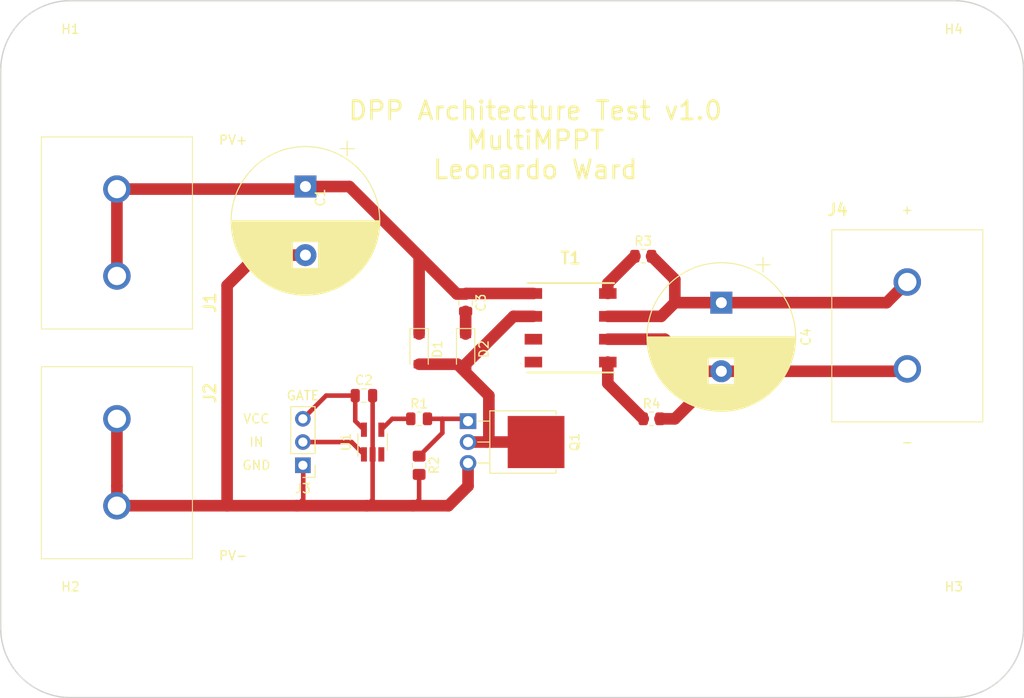
<source format=kicad_pcb>
(kicad_pcb (version 20211014) (generator pcbnew)
  (title_block (title "DPP Architecture for an MPPT Design - Leonardo Ward") (date "2022-04-30") (rev "1.0"))
  (layers (0 "F.Cu" signal) (31 "B.Cu" signal) (34 "B.Paste" user) (35 "F.Paste" user) (36 "B.SilkS" user "B.Silkscreen") (37 "F.SilkS" user "F.Silkscreen") (38 "B.Mask" user) (39 "F.Mask" user) (44 "Edge.Cuts" user))
  (net 0 "")
  (net 1 "Net-(C1-Pad1)")
  (net 2 "GND")
  (net 3 "Net-(C2-Pad1)")
  (net 4 "Net-(C3-Pad2)")
  (net 5 "Net-(C4-Pad1)")
  (net 6 "Net-(C4-Pad2)")
  (net 7 "Net-(D1-Pad2)")
  (net 8 "Net-(J3-Pad2)")
  (net 9 "Net-(Q1-Pad1)")
  (net 10 "Net-(R1-Pad1)")
  (net 11 "Net-(R3-Pad1)")
  (net 12 "Net-(R4-Pad1)")
  (footprint "J-OSTYK51102030:OSTYK51102030" (layer "F.Cu") (at 114.3 88.52 90)
    (fp_text reference "J1" (at -2.92 10.16 90) (layer "F.SilkS") (effects (font (size 1.27 1.27) (thickness 0.254))))
    (fp_text value "OSTYK51102030" hide)
    (pad "1" thru_hole circle (at 0 0 90) (size 3 3) (drill 2) (layers *.Cu *.Mask) (net 1 "Net-(C1-Pad1)"))
    (pad "2" thru_hole circle (at 9.5 0 90) (size 3 3) (drill 2) (layers *.Cu *.Mask) (net 1 "Net-(C1-Pad1)"))
  )
  (footprint "J-OSTYK51102030:OSTYK51102030" (layer "F.Cu") (at 200.66 98.68 90)
    (fp_text reference "J4" (at 17.4 -7.62 180) (layer "F.SilkS") (effects (font (size 1.27 1.27) (thickness 0.254))))
    (fp_text value "OSTYK51102030" hide)
    (pad "1" thru_hole circle (at 0 0 90) (size 3 3) (drill 2) (layers *.Cu *.Mask) (net 6 "Net-(C4-Pad2)"))
    (pad "2" thru_hole circle (at 9.5 0 90) (size 3 3) (drill 2) (layers *.Cu *.Mask) (net 5 "Net-(C4-Pad1)"))
  )
  (footprint "J-OSTYK51102030:OSTYK51102030" (layer "F.Cu") (at 114.3 113.64 90)
    (fp_text reference "J2" (at 12.32 10.16 270) (layer "F.SilkS") (effects (font (size 1.27 1.27) (thickness 0.254))))
    (fp_text value "OSTYK51102030" hide)
    (pad "1" thru_hole circle (at 0 0 90) (size 3 3) (drill 2) (layers *.Cu *.Mask) (net 2 "GND"))
    (pad "2" thru_hole circle (at 9.5 0 90) (size 3 3) (drill 2) (layers *.Cu *.Mask) (net 2 "GND"))
  )
  (footprint "Connector_PinHeader_2.54mm:PinHeader_1x03_P2.54mm_Vertical" (layer "F.Cu") (at 134.62 109.22 180)
    (fp_text reference "J3" (at 0 -2.54) (layer "F.SilkS"))
    (fp_text value "Conn_01x03_Male")
    (pad "1" thru_hole rect (at 0 0 180) (size 1.7 1.7) (drill 1) (layers *.Cu *.Mask) (net 2 "GND"))
    (pad "2" thru_hole oval (at 0 2.54 180) (size 1.7 1.7) (drill 1) (layers *.Cu *.Mask) (net 8 "Net-(J3-Pad2)"))
    (pad "3" thru_hole oval (at 0 5.08 180) (size 1.7 1.7) (drill 1) (layers *.Cu *.Mask) (net 3 "Net-(C2-Pad1)"))
  )
  (footprint "Resistor_SMD:R_0805_2012Metric" (layer "F.Cu") (at 171.8075 86.36)
    (fp_text reference "R3" (at 0 -1.65) (layer "F.SilkS"))
    (fp_text value "0")
    (pad "1" smd roundrect (at -0.9125 0) (size 1.025 1.4) (layers "F.Cu" "F.Paste" "F.Mask") (roundrect_rratio 0.243902) (net 11 "Net-(R3-Pad1)"))
    (pad "2" smd roundrect (at 0.9125 0) (size 1.025 1.4) (layers "F.Cu" "F.Paste" "F.Mask") (roundrect_rratio 0.243902) (net 5 "Net-(C4-Pad1)"))
  )
  (footprint "Capacitor_THT:CP_Radial_D16.0mm_P7.50mm" (layer "F.Cu") (at 134.9 78.74 -90)
    (fp_text reference "C1" (at 1.21 -1.63 90) (layer "F.SilkS"))
    (fp_text value "2200")
    (pad "1" thru_hole rect (at 0 0 270) (size 2.4 2.4) (drill 1.2) (layers *.Cu *.Mask) (net 1 "Net-(C1-Pad1)"))
    (pad "2" thru_hole circle (at 7.5 0 270) (size 2.4 2.4) (drill 1.2) (layers *.Cu *.Mask) (net 2 "GND"))
  )
  (footprint "T-750311659:750311659" (layer "F.Cu") (at 163.870509 94.185)
    (fp_text reference "T1" (at 0 -7.62) (layer "F.SilkS") (effects (font (size 1.27 1.27) (thickness 0.254))))
    (fp_text value "750311659" hide)
    (pad "1" smd rect (at -4.065 3.75 90) (size 1.17 1.91) (layers "F.Cu" "F.Paste" "F.Mask"))
    (pad "2" smd rect (at -4.065 1.25 90) (size 1.17 1.91) (layers "F.Cu" "F.Paste" "F.Mask"))
    (pad "3" smd rect (at -4.065 -1.25 90) (size 1.17 1.91) (layers "F.Cu" "F.Paste" "F.Mask") (net 7 "Net-(D1-Pad2)"))
    (pad "4" smd rect (at -4.065 -3.75 90) (size 1.17 1.91) (layers "F.Cu" "F.Paste" "F.Mask") (net 1 "Net-(C1-Pad1)"))
    (pad "5" smd rect (at 4.065 -3.75 90) (size 1.17 1.91) (layers "F.Cu" "F.Paste" "F.Mask") (net 11 "Net-(R3-Pad1)"))
    (pad "6" smd rect (at 4.065 -1.25 90) (size 1.17 1.91) (layers "F.Cu" "F.Paste" "F.Mask") (net 5 "Net-(C4-Pad1)"))
    (pad "7" smd rect (at 4.065 1.25 90) (size 1.17 1.91) (layers "F.Cu" "F.Paste" "F.Mask") (net 6 "Net-(C4-Pad2)"))
    (pad "8" smd rect (at 4.065 3.75 90) (size 1.17 1.91) (layers "F.Cu" "F.Paste" "F.Mask") (net 12 "Net-(R4-Pad1)"))
  )
  (footprint "Resistor_SMD:R_0805_2012Metric_Pad1.20x1.40mm_HandSolder" (layer "F.Cu") (at 147.32 109.22 -90)
    (fp_text reference "R2" (at 0 -1.65 90) (layer "F.SilkS"))
    (fp_text value "100k")
    (pad "1" smd roundrect (at -1 0 270) (size 1.2 1.4) (layers "F.Cu" "F.Paste" "F.Mask") (roundrect_rratio 0.208333) (net 9 "Net-(Q1-Pad1)"))
    (pad "2" smd roundrect (at 1 0 270) (size 1.2 1.4) (layers "F.Cu" "F.Paste" "F.Mask") (roundrect_rratio 0.208333) (net 2 "GND"))
  )
  (footprint "Diode_SMD:D_SOD-123" (layer "F.Cu") (at 147.32 96.52 -90)
    (fp_text reference "D1" (at 0 -2 90) (layer "F.SilkS"))
    (fp_text value "1N4148W-7-F")
    (pad "1" smd rect (at -1.65 0 270) (size 0.9 1.2) (layers "F.Cu" "F.Paste" "F.Mask") (net 1 "Net-(C1-Pad1)"))
    (pad "2" smd rect (at 1.65 0 270) (size 0.9 1.2) (layers "F.Cu" "F.Paste" "F.Mask") (net 7 "Net-(D1-Pad2)"))
  )
  (footprint "MountingHole:MountingHole_3.5mm" (layer "F.Cu") (at 205.74 127)
    (fp_text reference "H3" (at 0 -4.5) (layer "F.SilkS"))
    (fp_text value "MountingHole")
    (pad "" np_thru_hole circle (at 0 0) (size 3.5 3.5) (drill 3.5) (layers *.Cu *.Mask))
  )
  (footprint "Resistor_SMD:R_0805_2012Metric" (layer "F.Cu") (at 147.32 104.14)
    (fp_text reference "R1" (at 0 -1.65) (layer "F.SilkS"))
    (fp_text value "1K")
    (pad "1" smd roundrect (at -0.9125 0) (size 1.025 1.4) (layers "F.Cu" "F.Paste" "F.Mask") (roundrect_rratio 0.243902) (net 10 "Net-(R1-Pad1)"))
    (pad "2" smd roundrect (at 0.9125 0) (size 1.025 1.4) (layers "F.Cu" "F.Paste" "F.Mask") (roundrect_rratio 0.243902) (net 9 "Net-(Q1-Pad1)"))
  )
  (footprint "Resistor_SMD:R_0805_2012Metric" (layer "F.Cu") (at 172.72 104.14)
    (fp_text reference "R4" (at 0 -1.65) (layer "F.SilkS"))
    (fp_text value "0")
    (pad "1" smd roundrect (at -0.9125 0) (size 1.025 1.4) (layers "F.Cu" "F.Paste" "F.Mask") (roundrect_rratio 0.243902) (net 12 "Net-(R4-Pad1)"))
    (pad "2" smd roundrect (at 0.9125 0) (size 1.025 1.4) (layers "F.Cu" "F.Paste" "F.Mask") (roundrect_rratio 0.243902) (net 6 "Net-(C4-Pad2)"))
  )
  (footprint "Package_TO_SOT_THT:TO-251-3-1EP_Horizontal_TabDown" (layer "F.Cu") (at 152.665 104.39 -90)
    (fp_text reference "Q1" (at 2.29 -11.653333 90) (layer "F.SilkS"))
    (fp_text value "IRFU120NPBF")
    (pad "1" thru_hole rect (at 0 0 270) (size 1.7175 1.8) (drill 1.1) (layers *.Cu *.Mask) (net 9 "Net-(Q1-Pad1)"))
    (pad "2" thru_hole oval (at 2.29 0 270) (size 1.7175 1.8) (drill 1.1) (layers *.Cu *.Mask) (net 7 "Net-(D1-Pad2)"))
    (pad "3" thru_hole oval (at 4.58 0 270) (size 1.7175 1.8) (drill 1.1) (layers *.Cu *.Mask) (net 2 "GND"))
    (pad "4" smd rect (at 2.29 -7.433333 270) (size 5.7 6.2) (layers "F.Cu" "F.Paste" "F.Mask") (net 7 "Net-(D1-Pad2)"))
  )
  (footprint "Capacitor_THT:CP_Radial_D16.0mm_P7.50mm" (layer "F.Cu") (at 180.34 91.44 -90)
    (fp_text reference "C4" (at 3.75 -9.25 90) (layer "F.SilkS"))
    (fp_text value "2200")
    (pad "1" thru_hole rect (at 0 0 270) (size 2.4 2.4) (drill 1.2) (layers *.Cu *.Mask) (net 5 "Net-(C4-Pad1)"))
    (pad "2" thru_hole circle (at 7.5 0 270) (size 2.4 2.4) (drill 1.2) (layers *.Cu *.Mask) (net 6 "Net-(C4-Pad2)"))
  )
  (footprint "MountingHole:MountingHole_3.5mm" (layer "F.Cu") (at 109.22 66.04)
    (fp_text reference "H1" (at 0 -4.5) (layer "F.SilkS"))
    (fp_text value "MountingHole")
    (pad "" np_thru_hole circle (at 0 0) (size 3.5 3.5) (drill 3.5) (layers *.Cu *.Mask))
  )
  (footprint "MountingHole:MountingHole_3.5mm" (layer "F.Cu") (at 205.74 66.04)
    (fp_text reference "H4" (at 0 -4.5) (layer "F.SilkS"))
    (fp_text value "MountingHole")
    (pad "" np_thru_hole circle (at 0 0) (size 3.5 3.5) (drill 3.5) (layers *.Cu *.Mask))
  )
  (footprint "Diode_SMD:D_SOD-123" (layer "F.Cu") (at 152.4 96.52 -90)
    (fp_text reference "D2" (at 0 -2 90) (layer "F.SilkS"))
    (fp_text value "1N4148W-7-F")
    (pad "1" smd rect (at -1.65 0 270) (size 0.9 1.2) (layers "F.Cu" "F.Paste" "F.Mask") (net 4 "Net-(C3-Pad2)"))
    (pad "2" smd rect (at 1.65 0 270) (size 0.9 1.2) (layers "F.Cu" "F.Paste" "F.Mask") (net 7 "Net-(D1-Pad2)"))
  )
  (footprint "Package_TO_SOT_SMD:SOT-23-5_HandSoldering" (layer "F.Cu") (at 142.24 106.68 90)
    (fp_text reference "U1" (at 0 -2.9 90) (layer "F.SilkS"))
    (fp_text value "DGD0215WT-7")
    (pad "1" smd rect (at -1.35 -0.95 90) (size 1.56 0.65) (layers "F.Cu" "F.Paste" "F.Mask") (net 8 "Net-(J3-Pad2)"))
    (pad "2" smd rect (at -1.35 0 90) (size 1.56 0.65) (layers "F.Cu" "F.Paste" "F.Mask") (net 2 "GND"))
    (pad "3" smd rect (at -1.35 0.95 90) (size 1.56 0.65) (layers "F.Cu" "F.Paste" "F.Mask"))
    (pad "4" smd rect (at 1.35 0.95 90) (size 1.56 0.65) (layers "F.Cu" "F.Paste" "F.Mask") (net 10 "Net-(R1-Pad1)"))
    (pad "5" smd rect (at 1.35 -0.95 90) (size 1.56 0.65) (layers "F.Cu" "F.Paste" "F.Mask") (net 3 "Net-(C2-Pad1)"))
  )
  (footprint "Capacitor_SMD:C_0805_2012Metric" (layer "F.Cu") (at 152.4 91.44 -90)
    (fp_text reference "C3" (at 0 -1.68 90) (layer "F.SilkS"))
    (fp_text value "47pF")
    (pad "1" smd roundrect (at -0.95 0 270) (size 1 1.45) (layers "F.Cu" "F.Paste" "F.Mask") (net 1 "Net-(C1-Pad1)"))
    (pad "2" smd roundrect (at 0.95 0 270) (size 1 1.45) (layers "F.Cu" "F.Paste" "F.Mask") (net 4 "Net-(C3-Pad2)"))
  )
  (footprint "Capacitor_SMD:C_0805_2012Metric" (layer "F.Cu") (at 141.29 101.6)
    (fp_text reference "C2" (at 0 -1.68) (layer "F.SilkS"))
    (fp_text value "1uF")
    (pad "1" smd roundrect (at -0.95 0) (size 1 1.45) (layers "F.Cu" "F.Paste" "F.Mask") (net 3 "Net-(C2-Pad1)"))
    (pad "2" smd roundrect (at 0.95 0) (size 1 1.45) (layers "F.Cu" "F.Paste" "F.Mask") (net 2 "GND"))
  )
  (footprint "MountingHole:MountingHole_3.5mm" (layer "F.Cu") (at 109.22 127)
    (fp_text reference "H2" (at 0 -4.5) (layer "F.SilkS"))
    (fp_text value "MountingHole")
    (pad "" np_thru_hole circle (at 0 0) (size 3.5 3.5) (drill 3.5) (layers *.Cu *.Mask))
  )
  (gr_line (start 205.74 58.42) (end 109.22 58.42) (layer "Edge.Cuts") (width 0.15))
  (gr_arc (start 213.36 127) (mid 211.128154 132.388154) (end 205.74 134.62) (layer "Edge.Cuts") (width 0.15))
  (gr_arc (start 101.6 66.04) (mid 103.831846 60.651846) (end 109.22 58.42) (layer "Edge.Cuts") (width 0.15))
  (gr_arc (start 205.74 58.42) (mid 211.128154 60.651846) (end 213.36 66.04) (layer "Edge.Cuts") (width 0.15))
  (gr_arc (start 109.22 134.62) (mid 103.831846 132.388154) (end 101.6 127) (layer "Edge.Cuts") (width 0.15))
  (gr_line (start 101.6 66.04) (end 101.6 127) (layer "Edge.Cuts") (width 0.15))
  (gr_line (start 109.22 134.62) (end 205.74 134.62) (layer "Edge.Cuts") (width 0.15))
  (gr_line (start 213.36 66.04) (end 213.36 127) (layer "Edge.Cuts") (width 0.15))
  (gr_text "GATE" (at 134.62 101.6) (layer "F.SilkS") (effects (font (size 1 1))))
  (gr_text "+" (at 200.66 81.28) (layer "F.SilkS") (effects (font (size 1 1))))
  (gr_text "-" (at 200.66 106.68) (layer "F.SilkS") (effects (font (size 1 1))))
  (gr_text "PV-" (at 127 119.1) (layer "F.SilkS") (effects (font (size 1 1))))
  (gr_text "PV+" (at 127 73.66) (layer "F.SilkS") (effects (font (size 1 1))))
  (gr_text "GND" (at 129.54 109.22) (layer "F.SilkS") (effects (font (size 1 1))))
  (gr_text "IN" (at 129.54 106.68) (layer "F.SilkS") (effects (font (size 1 1))))
  (gr_text "VCC" (at 129.54 104.14) (layer "F.SilkS") (effects (font (size 1 1))))
  (gr_text "DPP Architecture Test v1.0\nMultiMPPT\nLeonardo Ward" (at 160.02 73.66) (layer "F.SilkS") (effects (font (size 2 2) (thickness 0.3))))
  (segment (start 139.7 78.74) (end 134.9 78.74) (width 1.27) (layer "F.Cu") (net 1))
  (segment (start 114.3 79.02) (end 134.62 79.02) (width 1.27) (layer "F.Cu") (net 1))
  (segment (start 152.4 90.49) (end 151.45 90.49) (width 1.27) (layer "F.Cu") (net 1))
  (segment (start 147.32 86.36) (end 139.7 78.74) (width 1.27) (layer "F.Cu") (net 1))
  (segment (start 134.62 79.02) (end 134.9 78.74) (width 1.27) (layer "F.Cu") (net 1))
  (segment (start 114.3 88.52) (end 114.3 79.02) (width 1.27) (layer "F.Cu") (net 1))
  (segment (start 152.455 90.435) (end 152.4 90.49) (width 1.27) (layer "F.Cu") (net 1))
  (segment (start 147.32 94.87) (end 147.32 86.36) (width 1.27) (layer "F.Cu") (net 1))
  (segment (start 151.45 90.49) (end 147.32 86.36) (width 1.27) (layer "F.Cu") (net 1))
  (segment (start 159.805509 90.435) (end 152.455 90.435) (width 1.27) (layer "F.Cu") (net 1))
  (segment (start 114.3 113.64) (end 126.34 113.64) (width 1.27) (layer "F.Cu") (net 2))
  (segment (start 114.3 113.64) (end 114.3 111.48) (width 1.27) (layer "F.Cu") (net 2))
  (segment (start 146.66 113.64) (end 150.52 113.64) (width 1.27) (layer "F.Cu") (net 2))
  (segment (start 142.24 108.03) (end 142.24 112.98) (width 0.5) (layer "F.Cu") (net 2))
  (segment (start 126.34 89.56) (end 129.66 86.24) (width 1.27) (layer "F.Cu") (net 2))
  (segment (start 142.24 112.98) (end 141.58 113.64) (width 0.5) (layer "F.Cu") (net 2))
  (segment (start 152.665 111.495) (end 152.665 108.97) (width 1.27) (layer "F.Cu") (net 2))
  (segment (start 134.659511 109.259511) (end 134.659511 112.940489) (width 0.5) (layer "F.Cu") (net 2))
  (segment (start 142.24 108.03) (end 142.24 101.6) (width 0.5) (layer "F.Cu") (net 2))
  (segment (start 134.62 109.22) (end 134.659511 109.259511) (width 1.27) (layer "F.Cu") (net 2))
  (segment (start 126.34 113.64) (end 133.96 113.64) (width 1.27) (layer "F.Cu") (net 2))
  (segment (start 129.66 86.24) (end 134.9 86.24) (width 1.27) (layer "F.Cu") (net 2))
  (segment (start 142.23048 101.60952) (end 142.24 101.6) (width 0.76) (layer "F.Cu") (net 2))
  (segment (start 147.32 110.22) (end 147.32 112.98) (width 0.5) (layer "F.Cu") (net 2))
  (segment (start 126.34 113.64) (end 126.34 89.56) (width 1.27) (layer "F.Cu") (net 2))
  (segment (start 134.659511 112.940489) (end 133.96 113.64) (width 0.5) (layer "F.Cu") (net 2))
  (segment (start 133.96 113.64) (end 141.58 113.64) (width 1.27) (layer "F.Cu") (net 2))
  (segment (start 147.32 112.98) (end 146.66 113.64) (width 0.5) (layer "F.Cu") (net 2))
  (segment (start 114.3 111.48) (end 114.3 104.14) (width 1.27) (layer "F.Cu") (net 2))
  (segment (start 141.58 113.64) (end 146.66 113.64) (width 1.27) (layer "F.Cu") (net 2))
  (segment (start 150.52 113.64) (end 152.665 111.495) (width 1.27) (layer "F.Cu") (net 2))
  (segment (start 140.34 101.6) (end 140.34 104.38) (width 0.5) (layer "F.Cu") (net 3))
  (segment (start 140.34 101.6) (end 137.16 101.6) (width 0.5) (layer "F.Cu") (net 3))
  (segment (start 137.16 101.6) (end 134.62 104.14) (width 0.5) (layer "F.Cu") (net 3))
  (segment (start 140.34 104.38) (end 141.29 105.33) (width 0.5) (layer "F.Cu") (net 3))
  (segment (start 152.4 92.39) (end 152.4 94.87) (width 1.27) (layer "F.Cu") (net 4))
  (segment (start 198.4 91.44) (end 200.66 89.18) (width 1.27) (layer "F.Cu") (net 5))
  (segment (start 175.26 88.9) (end 175.26 91.44) (width 1.27) (layer "F.Cu") (net 5))
  (segment (start 180.34 91.44) (end 198.4 91.44) (width 1.27) (layer "F.Cu") (net 5))
  (segment (start 172.72 86.36) (end 175.26 88.9) (width 1.27) (layer "F.Cu") (net 5))
  (segment (start 175.26 91.44) (end 180.34 91.44) (width 1.27) (layer "F.Cu") (net 5))
  (segment (start 173.765 92.935) (end 175.26 91.44) (width 1.27) (layer "F.Cu") (net 5))
  (segment (start 167.935509 92.935) (end 173.765 92.935) (width 1.27) (layer "F.Cu") (net 5))
  (segment (start 180.34 98.94) (end 200.4 98.94) (width 1.27) (layer "F.Cu") (net 6))
  (segment (start 167.935509 95.435) (end 174.175 95.435) (width 1.27) (layer "F.Cu") (net 6))
  (segment (start 177.8 101.6) (end 177.8 99.06) (width 1.27) (layer "F.Cu") (net 6))
  (segment (start 177.68 98.94) (end 180.34 98.94) (width 1.27) (layer "F.Cu") (net 6))
  (segment (start 200.4 98.94) (end 200.66 98.68) (width 1.27) (layer "F.Cu") (net 6))
  (segment (start 173.6325 104.14) (end 175.26 104.14) (width 1.27) (layer "F.Cu") (net 6))
  (segment (start 175.26 104.14) (end 177.8 101.6) (width 1.27) (layer "F.Cu") (net 6))
  (segment (start 174.175 95.435) (end 177.68 98.94) (width 1.27) (layer "F.Cu") (net 6))
  (segment (start 154.94 106.4925) (end 155.1275 106.68) (width 1.27) (layer "F.Cu") (net 7))
  (segment (start 152.4 98.17) (end 152.4 99.06) (width 1.27) (layer "F.Cu") (net 7))
  (segment (start 151.51 98.17) (end 152.4 99.06) (width 1.27) (layer "F.Cu") (net 7))
  (segment (start 154.94 106.4925) (end 154.94 101.6) (width 1.27) (layer "F.Cu") (net 7))
  (segment (start 147.32 98.17) (end 151.51 98.17) (width 1.27) (layer "F.Cu") (net 7))
  (segment (start 154.7525 106.68) (end 154.94 106.4925) (width 1.27) (layer "F.Cu") (net 7))
  (segment (start 152.4 98.17) (end 157.635 92.935) (width 1.27) (layer "F.Cu") (net 7))
  (segment (start 157.635 92.935) (end 159.805509 92.935) (width 1.27) (layer "F.Cu") (net 7))
  (segment (start 155.1275 106.68) (end 160.098333 106.68) (width 1.27) (layer "F.Cu") (net 7))
  (segment (start 152.665 106.68) (end 154.7525 106.68) (width 1.27) (layer "F.Cu") (net 7))
  (segment (start 152.4 99.06) (end 154.94 101.6) (width 1.27) (layer "F.Cu") (net 7))
  (segment (start 134.62 106.68) (end 139.94 106.68) (width 0.5) (layer "F.Cu") (net 8))
  (segment (start 139.94 106.68) (end 141.29 108.03) (width 0.5) (layer "F.Cu") (net 8))
  (segment (start 152.415 104.14) (end 152.665 104.39) (width 0.76) (layer "F.Cu") (net 9))
  (segment (start 148.2325 104.14) (end 149.86 104.14) (width 0.5) (layer "F.Cu") (net 9))
  (segment (start 149.86 104.14) (end 152.415 104.14) (width 0.5) (layer "F.Cu") (net 9))
  (segment (start 147.32 108.22) (end 149.86 105.68) (width 0.5) (layer "F.Cu") (net 9))
  (segment (start 149.86 105.68) (end 149.86 104.14) (width 0.5) (layer "F.Cu") (net 9))
  (segment (start 143.19 105.33) (end 144.38 104.14) (width 0.5) (layer "F.Cu") (net 10))
  (segment (start 144.38 104.14) (end 146.4075 104.14) (width 0.5) (layer "F.Cu") (net 10))
  (segment (start 167.935509 89.319491) (end 170.895 86.36) (width 1.27) (layer "F.Cu") (net 11))
  (segment (start 167.935509 90.435) (end 167.935509 89.319491) (width 1.27) (layer "F.Cu") (net 11))
  (segment (start 167.935509 100.268009) (end 171.8075 104.14) (width 1.27) (layer "F.Cu") (net 12))
  (segment (start 167.935509 97.935) (end 167.935509 100.268009) (width 1.27) (layer "F.Cu") (net 12))
)
</source>
